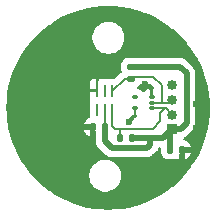
<source format=gbr>
%TF.GenerationSoftware,KiCad,Pcbnew,8.0.3*%
%TF.CreationDate,2026-01-07T02:22:38-05:00*%
%TF.ProjectId,lux-module,6c75782d-6d6f-4647-956c-652e6b696361,A*%
%TF.SameCoordinates,Original*%
%TF.FileFunction,Copper,L1,Top*%
%TF.FilePolarity,Positive*%
%FSLAX46Y46*%
G04 Gerber Fmt 4.6, Leading zero omitted, Abs format (unit mm)*
G04 Created by KiCad (PCBNEW 8.0.3) date 2026-01-07 02:22:38*
%MOMM*%
%LPD*%
G01*
G04 APERTURE LIST*
G04 Aperture macros list*
%AMRoundRect*
0 Rectangle with rounded corners*
0 $1 Rounding radius*
0 $2 $3 $4 $5 $6 $7 $8 $9 X,Y pos of 4 corners*
0 Add a 4 corners polygon primitive as box body*
4,1,4,$2,$3,$4,$5,$6,$7,$8,$9,$2,$3,0*
0 Add four circle primitives for the rounded corners*
1,1,$1+$1,$2,$3*
1,1,$1+$1,$4,$5*
1,1,$1+$1,$6,$7*
1,1,$1+$1,$8,$9*
0 Add four rect primitives between the rounded corners*
20,1,$1+$1,$2,$3,$4,$5,0*
20,1,$1+$1,$4,$5,$6,$7,0*
20,1,$1+$1,$6,$7,$8,$9,0*
20,1,$1+$1,$8,$9,$2,$3,0*%
G04 Aperture macros list end*
%TA.AperFunction,SMDPad,CuDef*%
%ADD10RoundRect,0.135000X-0.135000X-0.185000X0.135000X-0.185000X0.135000X0.185000X-0.135000X0.185000X0*%
%TD*%
%TA.AperFunction,SMDPad,CuDef*%
%ADD11RoundRect,0.140000X-0.140000X-0.170000X0.140000X-0.170000X0.140000X0.170000X-0.140000X0.170000X0*%
%TD*%
%TA.AperFunction,SMDPad,CuDef*%
%ADD12RoundRect,0.135000X0.185000X-0.135000X0.185000X0.135000X-0.185000X0.135000X-0.185000X-0.135000X0*%
%TD*%
%TA.AperFunction,SMDPad,CuDef*%
%ADD13RoundRect,0.075000X0.150000X0.075000X-0.150000X0.075000X-0.150000X-0.075000X0.150000X-0.075000X0*%
%TD*%
%TA.AperFunction,SMDPad,CuDef*%
%ADD14R,0.254000X1.066800*%
%TD*%
%TA.AperFunction,SMDPad,CuDef*%
%ADD15RoundRect,0.140000X0.140000X0.170000X-0.140000X0.170000X-0.140000X-0.170000X0.140000X-0.170000X0*%
%TD*%
%TA.AperFunction,ComponentPad*%
%ADD16R,0.850000X0.850000*%
%TD*%
%TA.AperFunction,ComponentPad*%
%ADD17C,0.850000*%
%TD*%
%TA.AperFunction,ViaPad*%
%ADD18C,0.600000*%
%TD*%
%TA.AperFunction,Conductor*%
%ADD19C,0.500000*%
%TD*%
%TA.AperFunction,Conductor*%
%ADD20C,0.300000*%
%TD*%
%TA.AperFunction,Conductor*%
%ADD21C,0.200000*%
%TD*%
G04 APERTURE END LIST*
D10*
%TO.P,R1,1*%
%TO.N,/SDA*%
X134220000Y-56670000D03*
%TO.P,R1,2*%
%TO.N,+3V3*%
X135240000Y-56670000D03*
%TD*%
D11*
%TO.P,C2,1*%
%TO.N,+3V3*%
X138500000Y-57670000D03*
%TO.P,C2,2*%
%TO.N,GND*%
X139460000Y-57670000D03*
%TD*%
D12*
%TO.P,R2,1*%
%TO.N,/SCL*%
X135160000Y-51660000D03*
%TO.P,R2,2*%
%TO.N,+3V3*%
X135160000Y-50640000D03*
%TD*%
D13*
%TO.P,U2,1,IO1*%
%TO.N,/SDA*%
X136910000Y-54170000D03*
%TO.P,U2,2,IO2*%
%TO.N,/SCL*%
X136910000Y-53670000D03*
%TO.P,U2,3*%
%TO.N,GND*%
X136910000Y-53170000D03*
%TO.P,U2,4,IO3*%
%TO.N,unconnected-(U2-IO3-Pad4)*%
X135510000Y-53170000D03*
%TO.P,U2,5*%
%TO.N,+3V3*%
X135510000Y-54170000D03*
%TD*%
D14*
%TO.P,U1,6,SDA*%
%TO.N,/SDA*%
X133590000Y-54340000D03*
%TO.P,U1,5,VDD*%
%TO.N,+3V3*%
X132940014Y-54340000D03*
%TO.P,U1,4,NC*%
%TO.N,unconnected-(U1-NC-Pad4)*%
X132290028Y-54340000D03*
%TO.P,U1,3,GND*%
%TO.N,GND*%
X132290028Y-52689000D03*
%TO.P,U1,2,INT*%
%TO.N,unconnected-(U1-INT-Pad2)*%
X132940014Y-52689000D03*
%TO.P,U1,1,SCL*%
%TO.N,/SCL*%
X133590000Y-52689000D03*
%TD*%
D15*
%TO.P,C1,1*%
%TO.N,+3V3*%
X132930000Y-55770000D03*
%TO.P,C1,2*%
%TO.N,GND*%
X131970000Y-55770000D03*
%TD*%
D16*
%TO.P,J1,1,Pin_1*%
%TO.N,+3V3*%
X138630000Y-55930000D03*
D17*
%TO.P,J1,2,Pin_2*%
%TO.N,/SDA*%
X138630000Y-54680000D03*
%TO.P,J1,3,Pin_3*%
%TO.N,/SCL*%
X138630000Y-53430000D03*
%TO.P,J1,4,Pin_4*%
%TO.N,GND*%
X138630000Y-52180000D03*
%TD*%
D18*
%TO.N,+3V3*%
X134970000Y-55300000D03*
%TO.N,GND*%
X127210000Y-50470000D03*
X140470000Y-50060000D03*
X138680000Y-47820000D03*
X126080000Y-54200000D03*
X129720000Y-46850000D03*
X140310000Y-57670000D03*
X139480000Y-49000000D03*
X138170000Y-60270000D03*
X128270000Y-49480000D03*
X140700000Y-55810000D03*
X137110000Y-61260000D03*
X127820000Y-59750000D03*
X125870000Y-56010000D03*
X128810000Y-60810000D03*
X136760000Y-46910000D03*
X136335000Y-52085000D03*
X136320000Y-47760000D03*
X131020000Y-55760000D03*
X127020000Y-58570000D03*
X129510000Y-60290000D03*
X139350000Y-59470000D03*
X136760000Y-59150000D03*
X128880000Y-56410000D03*
X140690000Y-53760000D03*
X130500000Y-61350000D03*
X137740000Y-59160000D03*
X129420000Y-57270000D03*
X129450000Y-48680000D03*
X141250000Y-52670000D03*
X130580000Y-51230000D03*
X128540000Y-47650000D03*
X132290028Y-51200000D03*
X137200000Y-58300000D03*
X128440000Y-57260000D03*
X130040000Y-50370000D03*
X128710000Y-59110000D03*
X141400000Y-54960000D03*
X127480000Y-48640000D03*
X137300000Y-47770000D03*
X125010000Y-54780000D03*
X129600000Y-51220000D03*
X125240000Y-52980000D03*
%TD*%
D19*
%TO.N,+3V3*%
X136770000Y-56670000D02*
X135240000Y-56670000D01*
X138500000Y-56060000D02*
X138630000Y-55930000D01*
D20*
X135510000Y-54770000D02*
X135370000Y-54910000D01*
D21*
X132940014Y-55759986D02*
X132930000Y-55770000D01*
X135370000Y-54910000D02*
X135360000Y-54910000D01*
D19*
X136770000Y-56670000D02*
X136770000Y-57260000D01*
D21*
X134980000Y-55300000D02*
X135370000Y-54910000D01*
D19*
X138630000Y-55930000D02*
X139380000Y-55930000D01*
X139870000Y-55440000D02*
X139870000Y-51190000D01*
X139380000Y-55930000D02*
X139870000Y-55440000D01*
X138630000Y-55930000D02*
X137890000Y-56670000D01*
X139870000Y-51190000D02*
X139320000Y-50640000D01*
X136770000Y-57260000D02*
X136480000Y-57550000D01*
X138500000Y-57670000D02*
X138500000Y-56060000D01*
X136480000Y-57550000D02*
X133550000Y-57550000D01*
D21*
X135510000Y-54170000D02*
X135510000Y-54770000D01*
X132940014Y-54340000D02*
X132940014Y-55759986D01*
X134970000Y-55300000D02*
X134980000Y-55300000D01*
D19*
X133550000Y-57550000D02*
X132930000Y-56930000D01*
D21*
X132930000Y-54350014D02*
X132940014Y-54340000D01*
D19*
X137890000Y-56670000D02*
X136770000Y-56670000D01*
X132930000Y-56930000D02*
X132930000Y-55770000D01*
D20*
X135360000Y-54910000D02*
X134970000Y-55300000D01*
D19*
X139320000Y-50640000D02*
X135160000Y-50640000D01*
D21*
%TO.N,GND*%
X136335000Y-52085000D02*
X136910000Y-52660000D01*
X131970000Y-55770000D02*
X131030000Y-55770000D01*
X131030000Y-55770000D02*
X131020000Y-55760000D01*
X140310000Y-57670000D02*
X139460000Y-57670000D01*
X132290028Y-51200000D02*
X132290028Y-51190028D01*
X136910000Y-52660000D02*
X136910000Y-53170000D01*
X132290028Y-52689000D02*
X132290028Y-51200000D01*
X132290028Y-51190028D02*
X132290000Y-51190000D01*
%TO.N,/SDA*%
X137640000Y-54170000D02*
X137980000Y-54170000D01*
X136910000Y-54170000D02*
X137640000Y-54170000D01*
X138120000Y-54170000D02*
X138630000Y-54680000D01*
X137980000Y-54170000D02*
X138120000Y-54170000D01*
X137000000Y-55900000D02*
X137630000Y-55270000D01*
X137980000Y-54230000D02*
X137980000Y-54170000D01*
X133590000Y-55640000D02*
X133850000Y-55900000D01*
X137630000Y-55270000D02*
X137630000Y-54580000D01*
X133850000Y-55900000D02*
X134260000Y-55900000D01*
X134260000Y-55900000D02*
X137000000Y-55900000D01*
X133590000Y-54340000D02*
X133590000Y-55640000D01*
X134220000Y-55940000D02*
X134220000Y-56670000D01*
X134260000Y-55900000D02*
X134220000Y-55940000D01*
X137630000Y-54580000D02*
X137980000Y-54230000D01*
%TO.N,/SCL*%
X137650000Y-53670000D02*
X138390000Y-53670000D01*
X138390000Y-53670000D02*
X138630000Y-53430000D01*
X134619000Y-51660000D02*
X135160000Y-51660000D01*
X135350000Y-51470000D02*
X137060000Y-51470000D01*
X135160000Y-51660000D02*
X135350000Y-51470000D01*
X133590000Y-52689000D02*
X134619000Y-51660000D01*
X136910000Y-53670000D02*
X137650000Y-53670000D01*
X137060000Y-51470000D02*
X137810000Y-52220000D01*
X137810000Y-52220000D02*
X137810000Y-53670000D01*
%TD*%
%TA.AperFunction,Conductor*%
%TO.N,GND*%
G36*
X136826942Y-52090185D02*
G01*
X136847584Y-52106819D01*
X137072701Y-52331936D01*
X137106186Y-52393259D01*
X137101202Y-52462951D01*
X137072702Y-52507297D01*
X137060000Y-52519999D01*
X137060000Y-52895500D01*
X137040315Y-52962539D01*
X136987511Y-53008294D01*
X136936000Y-53019500D01*
X136884000Y-53019500D01*
X136816961Y-52999815D01*
X136771206Y-52947011D01*
X136760000Y-52895500D01*
X136760000Y-52520000D01*
X136722302Y-52520000D01*
X136609895Y-52534800D01*
X136609891Y-52534801D01*
X136470021Y-52592736D01*
X136349904Y-52684906D01*
X136308689Y-52738618D01*
X136252260Y-52779820D01*
X136182514Y-52783974D01*
X136121594Y-52749760D01*
X136111947Y-52738627D01*
X136070451Y-52684549D01*
X135950233Y-52592302D01*
X135950229Y-52592300D01*
X135810236Y-52534313D01*
X135784360Y-52530906D01*
X135720464Y-52502638D01*
X135681994Y-52444312D01*
X135681164Y-52374447D01*
X135718238Y-52315225D01*
X135737438Y-52301229D01*
X135737598Y-52301135D01*
X135851135Y-52187598D01*
X135866095Y-52162301D01*
X135884383Y-52131379D01*
X135935452Y-52083695D01*
X135991115Y-52070500D01*
X136759903Y-52070500D01*
X136826942Y-52090185D01*
G37*
%TD.AperFunction*%
%TA.AperFunction,Conductor*%
G36*
X133820445Y-45503580D02*
G01*
X133828866Y-45504157D01*
X134406416Y-45563531D01*
X134414754Y-45564677D01*
X134986898Y-45663325D01*
X134995187Y-45665047D01*
X135559248Y-45802505D01*
X135567362Y-45804778D01*
X136001120Y-45942447D01*
X136120735Y-45980412D01*
X136128713Y-45983247D01*
X136324867Y-46060599D01*
X136668817Y-46196235D01*
X136676564Y-46199601D01*
X137200857Y-46448944D01*
X137208349Y-46452825D01*
X137685186Y-46720937D01*
X137714415Y-46737372D01*
X137721649Y-46741771D01*
X138207114Y-47060187D01*
X138214023Y-47065065D01*
X138676615Y-47415860D01*
X138683183Y-47421204D01*
X139120749Y-47802742D01*
X139126937Y-47808521D01*
X139537456Y-48219040D01*
X139543235Y-48225228D01*
X139924773Y-48662794D01*
X139930117Y-48669362D01*
X140280912Y-49131954D01*
X140285795Y-49138871D01*
X140604206Y-49624328D01*
X140608605Y-49631562D01*
X140815129Y-49998864D01*
X140878969Y-50112404D01*
X140893145Y-50137615D01*
X140897040Y-50145133D01*
X141146372Y-50669404D01*
X141149746Y-50677170D01*
X141362730Y-51217264D01*
X141365565Y-51225242D01*
X141541193Y-51778596D01*
X141543477Y-51786749D01*
X141680929Y-52350789D01*
X141682652Y-52359079D01*
X141781296Y-52931198D01*
X141782449Y-52939586D01*
X141841819Y-53517098D01*
X141842397Y-53525545D01*
X141862218Y-54105766D01*
X141862218Y-54114234D01*
X141842397Y-54694454D01*
X141841819Y-54702901D01*
X141782449Y-55280413D01*
X141781296Y-55288801D01*
X141682652Y-55860920D01*
X141680929Y-55869210D01*
X141543477Y-56433250D01*
X141541193Y-56441403D01*
X141365565Y-56994757D01*
X141362730Y-57002735D01*
X141149746Y-57542829D01*
X141146372Y-57550595D01*
X140897040Y-58074866D01*
X140893145Y-58082384D01*
X140608605Y-58588437D01*
X140604206Y-58595671D01*
X140285795Y-59081128D01*
X140280912Y-59088045D01*
X139930117Y-59550637D01*
X139924773Y-59557205D01*
X139543235Y-59994771D01*
X139537456Y-60000959D01*
X139126937Y-60411478D01*
X139120749Y-60417257D01*
X138683183Y-60798795D01*
X138676615Y-60804139D01*
X138214023Y-61154934D01*
X138207106Y-61159817D01*
X137721649Y-61478228D01*
X137714415Y-61482627D01*
X137208362Y-61767167D01*
X137200844Y-61771062D01*
X136676573Y-62020394D01*
X136668807Y-62023768D01*
X136128713Y-62236752D01*
X136120735Y-62239587D01*
X135567381Y-62415215D01*
X135559228Y-62417499D01*
X134995188Y-62554951D01*
X134986898Y-62556674D01*
X134414779Y-62655318D01*
X134406391Y-62656471D01*
X133828879Y-62715841D01*
X133820432Y-62716419D01*
X133240212Y-62736240D01*
X133231744Y-62736240D01*
X132651523Y-62716419D01*
X132643076Y-62715841D01*
X132065564Y-62656471D01*
X132057176Y-62655318D01*
X131485057Y-62556674D01*
X131476767Y-62554951D01*
X130912727Y-62417499D01*
X130904574Y-62415215D01*
X130351220Y-62239587D01*
X130343242Y-62236752D01*
X129803148Y-62023768D01*
X129795382Y-62020394D01*
X129271111Y-61771062D01*
X129263593Y-61767167D01*
X128757540Y-61482627D01*
X128750306Y-61478228D01*
X128264849Y-61159817D01*
X128257932Y-61154934D01*
X127795340Y-60804139D01*
X127788772Y-60798795D01*
X127351206Y-60417257D01*
X127345018Y-60411478D01*
X126934499Y-60000959D01*
X126928720Y-59994771D01*
X126718528Y-59753713D01*
X131629500Y-59753713D01*
X131629500Y-59966287D01*
X131662754Y-60176243D01*
X131720495Y-60353952D01*
X131728444Y-60378414D01*
X131824951Y-60567820D01*
X131949890Y-60739786D01*
X132100213Y-60890109D01*
X132272179Y-61015048D01*
X132272181Y-61015049D01*
X132272184Y-61015051D01*
X132461588Y-61111557D01*
X132663757Y-61177246D01*
X132873713Y-61210500D01*
X132873714Y-61210500D01*
X133086286Y-61210500D01*
X133086287Y-61210500D01*
X133296243Y-61177246D01*
X133498412Y-61111557D01*
X133687816Y-61015051D01*
X133709789Y-60999086D01*
X133859786Y-60890109D01*
X133859788Y-60890106D01*
X133859792Y-60890104D01*
X134010104Y-60739792D01*
X134010106Y-60739788D01*
X134010109Y-60739786D01*
X134135048Y-60567820D01*
X134135047Y-60567820D01*
X134135051Y-60567816D01*
X134231557Y-60378412D01*
X134297246Y-60176243D01*
X134330500Y-59966287D01*
X134330500Y-59753713D01*
X134297246Y-59543757D01*
X134231557Y-59341588D01*
X134135051Y-59152184D01*
X134135049Y-59152181D01*
X134135048Y-59152179D01*
X134010109Y-58980213D01*
X133859786Y-58829890D01*
X133687820Y-58704951D01*
X133498414Y-58608444D01*
X133498413Y-58608443D01*
X133498412Y-58608443D01*
X133296243Y-58542754D01*
X133296241Y-58542753D01*
X133296240Y-58542753D01*
X133134957Y-58517208D01*
X133086287Y-58509500D01*
X132873713Y-58509500D01*
X132825042Y-58517208D01*
X132663760Y-58542753D01*
X132461585Y-58608444D01*
X132272179Y-58704951D01*
X132100213Y-58829890D01*
X131949890Y-58980213D01*
X131824951Y-59152179D01*
X131728444Y-59341585D01*
X131662753Y-59543760D01*
X131661664Y-59550637D01*
X131629500Y-59753713D01*
X126718528Y-59753713D01*
X126547182Y-59557205D01*
X126541838Y-59550637D01*
X126239681Y-59152184D01*
X126191037Y-59088037D01*
X126186160Y-59081128D01*
X125867749Y-58595671D01*
X125863350Y-58588437D01*
X125775668Y-58432495D01*
X125578803Y-58082371D01*
X125574922Y-58074879D01*
X125325579Y-57550586D01*
X125322209Y-57542829D01*
X125304033Y-57496738D01*
X125109692Y-57003920D01*
X125109225Y-57002735D01*
X125106390Y-56994757D01*
X125006649Y-56680500D01*
X124930756Y-56441384D01*
X124928483Y-56433270D01*
X124827772Y-56020000D01*
X131191210Y-56020000D01*
X131192854Y-56040910D01*
X131237968Y-56196195D01*
X131320278Y-56335374D01*
X131320285Y-56335383D01*
X131434616Y-56449714D01*
X131434625Y-56449721D01*
X131573804Y-56532031D01*
X131720000Y-56574504D01*
X131720000Y-56020000D01*
X131191210Y-56020000D01*
X124827772Y-56020000D01*
X124791025Y-55869209D01*
X124789303Y-55860920D01*
X124751902Y-55644000D01*
X124730522Y-55519999D01*
X131191209Y-55519999D01*
X131191210Y-55520000D01*
X132025500Y-55520000D01*
X132092539Y-55539685D01*
X132138294Y-55592489D01*
X132149500Y-55644000D01*
X132149500Y-56004697D01*
X132152356Y-56040991D01*
X132152357Y-56040994D01*
X132174576Y-56117469D01*
X132179500Y-56152065D01*
X132179500Y-57003918D01*
X132179500Y-57003920D01*
X132179499Y-57003920D01*
X132208340Y-57148907D01*
X132208343Y-57148917D01*
X132264913Y-57285490D01*
X132264914Y-57285492D01*
X132264915Y-57285494D01*
X132264916Y-57285495D01*
X132295380Y-57331087D01*
X132340761Y-57399007D01*
X132347048Y-57408416D01*
X133071580Y-58132948D01*
X133071584Y-58132951D01*
X133194498Y-58215080D01*
X133194511Y-58215087D01*
X133331082Y-58271656D01*
X133331087Y-58271658D01*
X133331091Y-58271658D01*
X133331092Y-58271659D01*
X133476079Y-58300500D01*
X133476082Y-58300500D01*
X136553920Y-58300500D01*
X136651462Y-58281096D01*
X136698913Y-58271658D01*
X136835495Y-58215084D01*
X136884729Y-58182186D01*
X136958416Y-58132952D01*
X137352952Y-57738416D01*
X137410921Y-57651658D01*
X137435084Y-57615495D01*
X137480939Y-57504790D01*
X137524779Y-57450387D01*
X137591074Y-57428322D01*
X137658773Y-57445601D01*
X137706384Y-57496738D01*
X137719500Y-57552243D01*
X137719500Y-57904697D01*
X137722356Y-57940991D01*
X137722357Y-57940997D01*
X137767504Y-58096390D01*
X137767505Y-58096393D01*
X137849881Y-58235684D01*
X137849887Y-58235692D01*
X137964307Y-58350112D01*
X137964311Y-58350115D01*
X137964313Y-58350117D01*
X138103605Y-58432494D01*
X138144587Y-58444400D01*
X138259002Y-58477642D01*
X138259005Y-58477642D01*
X138259007Y-58477643D01*
X138295310Y-58480500D01*
X138295318Y-58480500D01*
X138704682Y-58480500D01*
X138704690Y-58480500D01*
X138740993Y-58477643D01*
X138740995Y-58477642D01*
X138740997Y-58477642D01*
X138781975Y-58465736D01*
X138896395Y-58432494D01*
X138917369Y-58420089D01*
X138985088Y-58402906D01*
X139043613Y-58420090D01*
X139063803Y-58432031D01*
X139210000Y-58474504D01*
X139210000Y-58474503D01*
X139710000Y-58474503D01*
X139856195Y-58432031D01*
X139995374Y-58349721D01*
X139995383Y-58349714D01*
X140109714Y-58235383D01*
X140109721Y-58235374D01*
X140192031Y-58096195D01*
X140192033Y-58096190D01*
X140237144Y-57940918D01*
X140237145Y-57940912D01*
X140238790Y-57920000D01*
X139710000Y-57920000D01*
X139710000Y-58474503D01*
X139210000Y-58474503D01*
X139210000Y-58168352D01*
X139227267Y-58105233D01*
X139232494Y-58096395D01*
X139277643Y-57940993D01*
X139280500Y-57904690D01*
X139280500Y-57544000D01*
X139300185Y-57476961D01*
X139352989Y-57431206D01*
X139404500Y-57420000D01*
X140238790Y-57420000D01*
X140237145Y-57399089D01*
X140192031Y-57243804D01*
X140109721Y-57104625D01*
X140109714Y-57104616D01*
X139995383Y-56990285D01*
X139995374Y-56990278D01*
X139856196Y-56907969D01*
X139700910Y-56862854D01*
X139694676Y-56861716D01*
X139694925Y-56860352D01*
X139636351Y-56838028D01*
X139594880Y-56781797D01*
X139590393Y-56712072D01*
X139624315Y-56650989D01*
X139663916Y-56624733D01*
X139735490Y-56595086D01*
X139735489Y-56595086D01*
X139735495Y-56595084D01*
X139784729Y-56562186D01*
X139798050Y-56553286D01*
X139829861Y-56532031D01*
X139858416Y-56512952D01*
X140452952Y-55918415D01*
X140518080Y-55820943D01*
X140535084Y-55795495D01*
X140558518Y-55738920D01*
X140591659Y-55658912D01*
X140620500Y-55513917D01*
X140620500Y-55366082D01*
X140620500Y-51116082D01*
X140620500Y-51116079D01*
X140591659Y-50971092D01*
X140591658Y-50971091D01*
X140591658Y-50971087D01*
X140551941Y-50875201D01*
X140535087Y-50834511D01*
X140535080Y-50834498D01*
X140452952Y-50711585D01*
X140410771Y-50669404D01*
X140348416Y-50607049D01*
X140236670Y-50495303D01*
X139798421Y-50057052D01*
X139798420Y-50057051D01*
X139711337Y-49998865D01*
X139675495Y-49974916D01*
X139675488Y-49974912D01*
X139538917Y-49918343D01*
X139538907Y-49918340D01*
X139393920Y-49889500D01*
X139393918Y-49889500D01*
X135521933Y-49889500D01*
X135487338Y-49884576D01*
X135472007Y-49880122D01*
X135445205Y-49872335D01*
X135445202Y-49872334D01*
X135409181Y-49869500D01*
X134910830Y-49869500D01*
X134910808Y-49869501D01*
X134874794Y-49872335D01*
X134720611Y-49917129D01*
X134720606Y-49917131D01*
X134582404Y-49998863D01*
X134582396Y-49998869D01*
X134468869Y-50112396D01*
X134468863Y-50112404D01*
X134387131Y-50250606D01*
X134387129Y-50250611D01*
X134342335Y-50404791D01*
X134342334Y-50404797D01*
X134339500Y-50440811D01*
X134339500Y-50839169D01*
X134339501Y-50839191D01*
X134342334Y-50875201D01*
X134377689Y-50996894D01*
X134377489Y-51066763D01*
X134339546Y-51125433D01*
X134320613Y-51138875D01*
X134250284Y-51179479D01*
X134250282Y-51179481D01*
X133810981Y-51618781D01*
X133749658Y-51652266D01*
X133723300Y-51655100D01*
X133415130Y-51655100D01*
X133415123Y-51655101D01*
X133355514Y-51661509D01*
X133308339Y-51679104D01*
X133238647Y-51684088D01*
X133221675Y-51679104D01*
X133174502Y-51661510D01*
X133174498Y-51661509D01*
X133174497Y-51661509D01*
X133114887Y-51655100D01*
X133114877Y-51655100D01*
X132765144Y-51655100D01*
X132765137Y-51655101D01*
X132705530Y-51661508D01*
X132657638Y-51679371D01*
X132587946Y-51684355D01*
X132570973Y-51679371D01*
X132524407Y-51662003D01*
X132524400Y-51662001D01*
X132464872Y-51655600D01*
X132417028Y-51655600D01*
X132417028Y-51808131D01*
X132397343Y-51875170D01*
X132392295Y-51882442D01*
X132386295Y-51890457D01*
X132330361Y-51932328D01*
X132260669Y-51937312D01*
X132199346Y-51903827D01*
X132165862Y-51842504D01*
X132163028Y-51816146D01*
X132163028Y-51655600D01*
X132115183Y-51655600D01*
X132055655Y-51662001D01*
X132055648Y-51662003D01*
X131920941Y-51712245D01*
X131920934Y-51712249D01*
X131805840Y-51798409D01*
X131805837Y-51798412D01*
X131719677Y-51913506D01*
X131719673Y-51913513D01*
X131669431Y-52048220D01*
X131669429Y-52048227D01*
X131663028Y-52107755D01*
X131663028Y-52562000D01*
X132188515Y-52562000D01*
X132255554Y-52581685D01*
X132301309Y-52634489D01*
X132312514Y-52685997D01*
X132312515Y-52692000D01*
X132292830Y-52759039D01*
X132240026Y-52804794D01*
X132188515Y-52816000D01*
X131663028Y-52816000D01*
X131663028Y-53270244D01*
X131669429Y-53329772D01*
X131669431Y-53329780D01*
X131721898Y-53470452D01*
X131726882Y-53540144D01*
X131721898Y-53557117D01*
X131668937Y-53699114D01*
X131668936Y-53699116D01*
X131662529Y-53758716D01*
X131662529Y-53758723D01*
X131662528Y-53758735D01*
X131662528Y-54889089D01*
X131642843Y-54956128D01*
X131590039Y-55001883D01*
X131574707Y-55007577D01*
X131573806Y-55007967D01*
X131434625Y-55090278D01*
X131434616Y-55090285D01*
X131320285Y-55204616D01*
X131320278Y-55204625D01*
X131237968Y-55343804D01*
X131237966Y-55343809D01*
X131192855Y-55499081D01*
X131192854Y-55499087D01*
X131191209Y-55519999D01*
X124730522Y-55519999D01*
X124690655Y-55288776D01*
X124689509Y-55280438D01*
X124630135Y-54702888D01*
X124629558Y-54694454D01*
X124628729Y-54670184D01*
X124609737Y-54114215D01*
X124609737Y-54105784D01*
X124629558Y-53525530D01*
X124630134Y-53517113D01*
X124689509Y-52939557D01*
X124690655Y-52931227D01*
X124789304Y-52359073D01*
X124791026Y-52350789D01*
X124928485Y-51786722D01*
X124930754Y-51778623D01*
X125106391Y-51225238D01*
X125109225Y-51217264D01*
X125124125Y-51179480D01*
X125322217Y-50677149D01*
X125325574Y-50669424D01*
X125574927Y-50145108D01*
X125578797Y-50137639D01*
X125863357Y-49631550D01*
X125867742Y-49624339D01*
X126186175Y-49138849D01*
X126191027Y-49131975D01*
X126541844Y-48669353D01*
X126547174Y-48662802D01*
X126928734Y-48225212D01*
X126934484Y-48219055D01*
X127079826Y-48073713D01*
X131899500Y-48073713D01*
X131899500Y-48286286D01*
X131932753Y-48496239D01*
X131998444Y-48698414D01*
X132094951Y-48887820D01*
X132219890Y-49059786D01*
X132370213Y-49210109D01*
X132542179Y-49335048D01*
X132542181Y-49335049D01*
X132542184Y-49335051D01*
X132731588Y-49431557D01*
X132933757Y-49497246D01*
X133143713Y-49530500D01*
X133143714Y-49530500D01*
X133356286Y-49530500D01*
X133356287Y-49530500D01*
X133566243Y-49497246D01*
X133768412Y-49431557D01*
X133957816Y-49335051D01*
X133979789Y-49319086D01*
X134129786Y-49210109D01*
X134129788Y-49210106D01*
X134129792Y-49210104D01*
X134280104Y-49059792D01*
X134280106Y-49059788D01*
X134280109Y-49059786D01*
X134405048Y-48887820D01*
X134405047Y-48887820D01*
X134405051Y-48887816D01*
X134501557Y-48698412D01*
X134567246Y-48496243D01*
X134600500Y-48286287D01*
X134600500Y-48073713D01*
X134567246Y-47863757D01*
X134501557Y-47661588D01*
X134405051Y-47472184D01*
X134405049Y-47472181D01*
X134405048Y-47472179D01*
X134280109Y-47300213D01*
X134129786Y-47149890D01*
X133957820Y-47024951D01*
X133768414Y-46928444D01*
X133768413Y-46928443D01*
X133768412Y-46928443D01*
X133566243Y-46862754D01*
X133566241Y-46862753D01*
X133566240Y-46862753D01*
X133404957Y-46837208D01*
X133356287Y-46829500D01*
X133143713Y-46829500D01*
X133095042Y-46837208D01*
X132933760Y-46862753D01*
X132731585Y-46928444D01*
X132542179Y-47024951D01*
X132370213Y-47149890D01*
X132219890Y-47300213D01*
X132094951Y-47472179D01*
X131998444Y-47661585D01*
X131932753Y-47863760D01*
X131899500Y-48073713D01*
X127079826Y-48073713D01*
X127345033Y-47808506D01*
X127351190Y-47802756D01*
X127788780Y-47421196D01*
X127795331Y-47415866D01*
X128257953Y-47065049D01*
X128264827Y-47060197D01*
X128750317Y-46741764D01*
X128757528Y-46737379D01*
X129263617Y-46452819D01*
X129271086Y-46448949D01*
X129795402Y-46199596D01*
X129803127Y-46196239D01*
X130343245Y-45983245D01*
X130351220Y-45980412D01*
X130904601Y-45804776D01*
X130912700Y-45802507D01*
X131476774Y-45665046D01*
X131485051Y-45663326D01*
X132057205Y-45564677D01*
X132065535Y-45563531D01*
X132643091Y-45504156D01*
X132651508Y-45503580D01*
X133231763Y-45483759D01*
X133240193Y-45483759D01*
X133820445Y-45503580D01*
G37*
%TD.AperFunction*%
%TD*%
M02*

</source>
